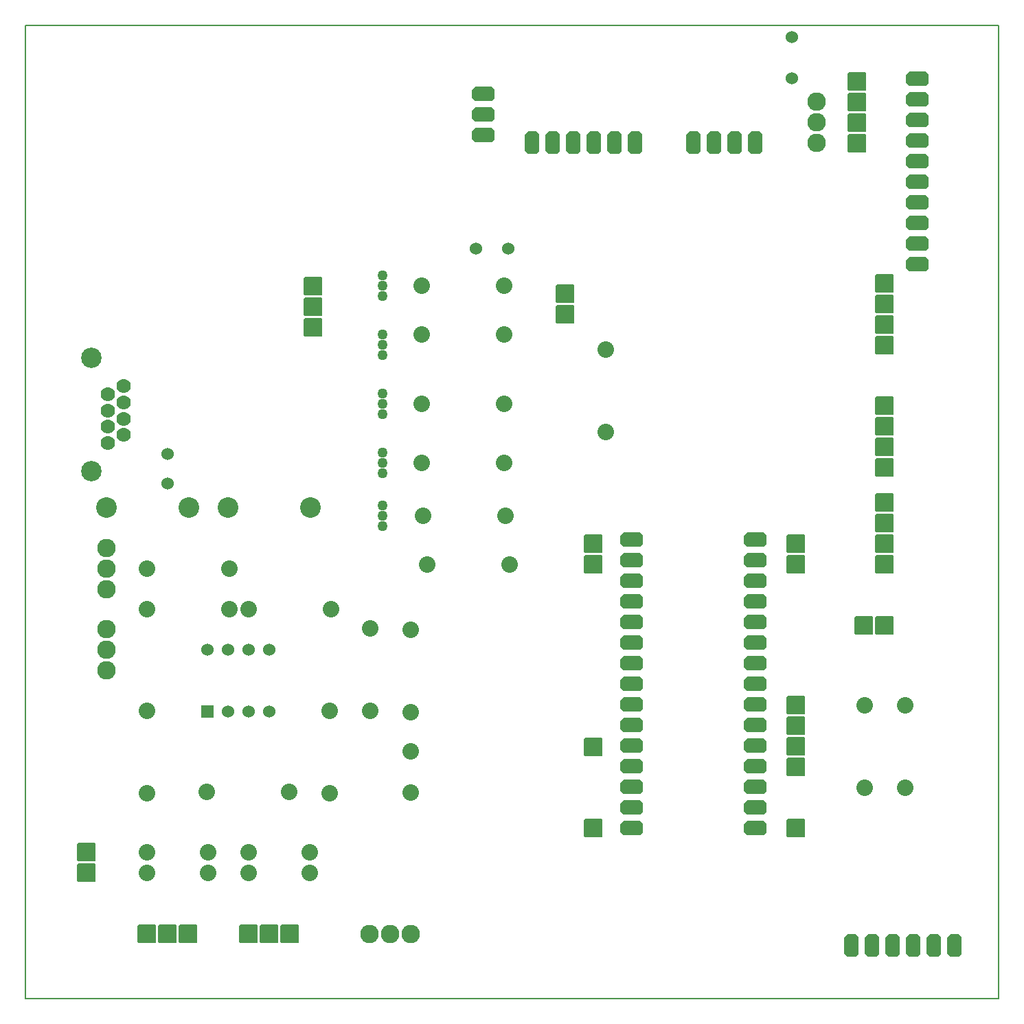
<source format=gbr>
G04 PROTEUS GERBER X2 FILE*
%TF.GenerationSoftware,Labcenter,Proteus,8.8-SP1-Build27031*%
%TF.CreationDate,2021-08-02T14:58:59+00:00*%
%TF.FileFunction,Soldermask,Top*%
%TF.FilePolarity,Negative*%
%TF.Part,Single*%
%TF.SameCoordinates,{c3ce3005-f07b-4d42-96ea-8d11783d6a5d}*%
%FSLAX45Y45*%
%MOMM*%
G01*
%TA.AperFunction,Material*%
%ADD23C,1.524000*%
%AMPPAD016*
4,1,8,
-1.397000,-0.509800,
-1.397000,0.509800,
-1.017800,0.889000,
1.017800,0.889000,
1.397000,0.509800,
1.397000,-0.509800,
1.017800,-0.889000,
-1.017800,-0.889000,
-1.397000,-0.509800,
0*%
%TA.AperFunction,Material*%
%ADD24PPAD016*%
%AMPPAD017*
4,1,8,
-0.509800,1.397000,
0.509800,1.397000,
0.889000,1.017800,
0.889000,-1.017800,
0.509800,-1.397000,
-0.509800,-1.397000,
-0.889000,-1.017800,
-0.889000,1.017800,
-0.509800,1.397000,
0*%
%TA.AperFunction,Material*%
%ADD25PPAD017*%
%AMPPAD018*
4,1,36,
1.143000,1.016000,
1.143000,-1.016000,
1.140470,-1.041970,
1.133200,-1.065980,
1.121650,-1.087580,
1.106290,-1.106290,
1.087570,-1.121650,
1.065980,-1.133200,
1.041970,-1.140470,
1.016000,-1.143000,
-1.016000,-1.143000,
-1.041970,-1.140470,
-1.065980,-1.133200,
-1.087570,-1.121650,
-1.106290,-1.106290,
-1.121650,-1.087580,
-1.133200,-1.065980,
-1.140470,-1.041970,
-1.143000,-1.016000,
-1.143000,1.016000,
-1.140470,1.041970,
-1.133200,1.065980,
-1.121650,1.087580,
-1.106290,1.106290,
-1.087570,1.121650,
-1.065980,1.133200,
-1.041970,1.140470,
-1.016000,1.143000,
1.016000,1.143000,
1.041970,1.140470,
1.065980,1.133200,
1.087570,1.121650,
1.106290,1.106290,
1.121650,1.087580,
1.133200,1.065980,
1.140470,1.041970,
1.143000,1.016000,
0*%
%TA.AperFunction,Material*%
%ADD26PPAD018*%
%TA.AperFunction,Material*%
%ADD27C,2.286000*%
%TA.AperFunction,Material*%
%ADD28C,2.032000*%
%AMPPAD021*
4,1,36,
-0.635000,0.762000,
0.635000,0.762000,
0.660970,0.759470,
0.684980,0.752200,
0.706580,0.740650,
0.725290,0.725290,
0.740650,0.706570,
0.752200,0.684980,
0.759470,0.660970,
0.762000,0.635000,
0.762000,-0.635000,
0.759470,-0.660970,
0.752200,-0.684980,
0.740650,-0.706570,
0.725290,-0.725290,
0.706580,-0.740650,
0.684980,-0.752200,
0.660970,-0.759470,
0.635000,-0.762000,
-0.635000,-0.762000,
-0.660970,-0.759470,
-0.684980,-0.752200,
-0.706580,-0.740650,
-0.725290,-0.725290,
-0.740650,-0.706570,
-0.752200,-0.684980,
-0.759470,-0.660970,
-0.762000,-0.635000,
-0.762000,0.635000,
-0.759470,0.660970,
-0.752200,0.684980,
-0.740650,0.706570,
-0.725290,0.725290,
-0.706580,0.740650,
-0.684980,0.752200,
-0.660970,0.759470,
-0.635000,0.762000,
0*%
%TA.AperFunction,Material*%
%ADD29PPAD021*%
%AMPPAD022*
4,1,36,
1.016000,-1.143000,
-1.016000,-1.143000,
-1.041970,-1.140470,
-1.065980,-1.133200,
-1.087580,-1.121650,
-1.106290,-1.106290,
-1.121650,-1.087570,
-1.133200,-1.065980,
-1.140470,-1.041970,
-1.143000,-1.016000,
-1.143000,1.016000,
-1.140470,1.041970,
-1.133200,1.065980,
-1.121650,1.087570,
-1.106290,1.106290,
-1.087580,1.121650,
-1.065980,1.133200,
-1.041970,1.140470,
-1.016000,1.143000,
1.016000,1.143000,
1.041970,1.140470,
1.065980,1.133200,
1.087580,1.121650,
1.106290,1.106290,
1.121650,1.087570,
1.133200,1.065980,
1.140470,1.041970,
1.143000,1.016000,
1.143000,-1.016000,
1.140470,-1.041970,
1.133200,-1.065980,
1.121650,-1.087570,
1.106290,-1.106290,
1.087580,-1.121650,
1.065980,-1.133200,
1.041970,-1.140470,
1.016000,-1.143000,
0*%
%TA.AperFunction,Material*%
%ADD72PPAD022*%
%TA.AperFunction,Material*%
%ADD73C,2.540000*%
%TA.AperFunction,Material*%
%ADD30C,1.778000*%
%ADD31C,2.516000*%
%TA.AperFunction,Material*%
%ADD32C,1.270000*%
%TA.AperFunction,Profile*%
%ADD21C,0.203200*%
%TD.AperFunction*%
D23*
X-11000000Y+6300000D03*
X-11001181Y+6660750D03*
X-7200000Y+9200000D03*
X-6800000Y+9200000D03*
X-3300000Y+11300000D03*
X-3300000Y+11800000D03*
D24*
X-3750000Y+2050000D03*
X-3750000Y+2304000D03*
X-3750000Y+2558000D03*
X-3750000Y+2812000D03*
X-3750000Y+3066000D03*
X-3750000Y+3320000D03*
X-3750000Y+3574000D03*
X-3750000Y+3828000D03*
X-3750000Y+4082000D03*
X-3750000Y+4336000D03*
X-3750000Y+4590000D03*
X-3750000Y+4844000D03*
X-3750000Y+5098000D03*
X-3750000Y+5352000D03*
X-3750000Y+5606000D03*
X-5274000Y+5606000D03*
X-5274000Y+5352000D03*
X-5274000Y+5098000D03*
X-5274000Y+4844000D03*
X-5274000Y+4590000D03*
X-5274000Y+4336000D03*
X-5274000Y+4082000D03*
X-5274000Y+3828000D03*
X-5274000Y+3574000D03*
X-5274000Y+3320000D03*
X-5274000Y+3066000D03*
X-5274000Y+2812000D03*
X-5274000Y+2558000D03*
X-5274000Y+2304000D03*
X-5274000Y+2050000D03*
X-1750000Y+9000000D03*
X-1750000Y+9254000D03*
X-1750000Y+9508000D03*
X-1750000Y+9762000D03*
X-1750000Y+10016000D03*
X-1750000Y+10270000D03*
X-1750000Y+10524000D03*
X-1750000Y+10778000D03*
X-1750000Y+11032000D03*
X-1750000Y+11286000D03*
D25*
X-6500000Y+10500000D03*
X-6246000Y+10500000D03*
X-5992000Y+10500000D03*
X-5738000Y+10500000D03*
X-5484000Y+10500000D03*
X-5230000Y+10500000D03*
X-3750000Y+10500000D03*
X-4004000Y+10500000D03*
X-4258000Y+10500000D03*
X-4512000Y+10500000D03*
D26*
X-2500000Y+11250000D03*
X-2500000Y+10996000D03*
X-2500000Y+10742000D03*
X-2500000Y+10488000D03*
D27*
X-3000000Y+10496000D03*
X-3000000Y+11004000D03*
X-3000000Y+10750000D03*
D26*
X-2159000Y+5300000D03*
X-2159000Y+5554000D03*
X-2159000Y+5808000D03*
X-2159000Y+6062000D03*
X-2159000Y+6492000D03*
X-2159000Y+6746000D03*
X-2159000Y+7000000D03*
X-2159000Y+7254000D03*
X-2159000Y+8000000D03*
X-2159000Y+8254000D03*
X-2159000Y+8508000D03*
X-2159000Y+8762000D03*
D28*
X-2409000Y+2550000D03*
X-2409000Y+3566000D03*
X-1909000Y+2550000D03*
X-1909000Y+3566000D03*
D26*
X-3250000Y+3562000D03*
X-3250000Y+3308000D03*
X-3250000Y+3054000D03*
X-3250000Y+2800000D03*
D29*
X-10512000Y+3488000D03*
D23*
X-10258000Y+3488000D03*
X-10004000Y+3488000D03*
X-9750000Y+3488000D03*
X-9750000Y+4250000D03*
X-10004000Y+4250000D03*
X-10258000Y+4250000D03*
X-10512000Y+4250000D03*
D72*
X-10746000Y+750000D03*
X-11000000Y+750000D03*
X-11254000Y+750000D03*
X-9496000Y+750000D03*
X-9750000Y+750000D03*
X-10004000Y+750000D03*
D28*
X-10500000Y+1754000D03*
X-10500000Y+1500000D03*
X-10000000Y+1754000D03*
X-10000000Y+1500000D03*
X-11250000Y+1500000D03*
X-11250000Y+1754000D03*
D26*
X-12000000Y+1750000D03*
X-12000000Y+1496000D03*
D28*
X-9250000Y+1754000D03*
X-9250000Y+1500000D03*
D27*
X-8000000Y+750000D03*
X-8254000Y+750000D03*
X-8508000Y+750000D03*
D28*
X-10516000Y+2500000D03*
X-9500000Y+2500000D03*
X-11250000Y+3500000D03*
X-11250000Y+2484000D03*
X-9000000Y+3500000D03*
X-9000000Y+2484000D03*
X-8000000Y+3000000D03*
X-8000000Y+2492000D03*
X-8000000Y+4500000D03*
X-8000000Y+3484000D03*
X-11250000Y+4750000D03*
X-10234000Y+4750000D03*
X-8984000Y+4750000D03*
X-10000000Y+4750000D03*
X-8500000Y+3500000D03*
X-8500000Y+4516000D03*
X-11250000Y+5250000D03*
X-10234000Y+5250000D03*
D27*
X-11750000Y+3996000D03*
X-11750000Y+4504000D03*
X-11750000Y+4250000D03*
X-11750000Y+4996000D03*
X-11750000Y+5504000D03*
X-11750000Y+5250000D03*
D73*
X-9234000Y+6000000D03*
X-10250000Y+6000000D03*
X-11750000Y+6000000D03*
X-10734000Y+6000000D03*
D72*
X-2159000Y+4550000D03*
X-2413000Y+4550000D03*
X-5750000Y+2050000D03*
X-5750000Y+3050000D03*
D26*
X-5750000Y+5300000D03*
X-5750000Y+5554000D03*
X-3250000Y+2050000D03*
X-3250000Y+5554000D03*
X-3250000Y+5300000D03*
D30*
X-11738500Y+6800000D03*
X-11538500Y+6900000D03*
X-11538500Y+7100000D03*
X-11538500Y+7300000D03*
X-11538500Y+7500000D03*
X-11738500Y+7000000D03*
X-11738500Y+7200000D03*
X-11738500Y+7400000D03*
D31*
X-11938500Y+6450000D03*
X-11938500Y+7850000D03*
D28*
X-6834000Y+5900000D03*
X-7850000Y+5900000D03*
X-6850000Y+6555000D03*
X-7866000Y+6555000D03*
X-6846000Y+7282000D03*
X-7862000Y+7282000D03*
X-6846000Y+8136000D03*
X-7862000Y+8136000D03*
X-6846000Y+8736000D03*
X-7862000Y+8736000D03*
D32*
X-8350000Y+6027000D03*
X-8350000Y+5900000D03*
X-8350000Y+5773000D03*
X-8350000Y+6682000D03*
X-8350000Y+6555000D03*
X-8350000Y+6428000D03*
X-8346000Y+7409000D03*
X-8346000Y+7282000D03*
X-8346000Y+7155000D03*
X-8346000Y+8136000D03*
X-8346000Y+8009000D03*
X-8346000Y+7882000D03*
X-8346000Y+8863000D03*
X-8346000Y+8736000D03*
X-8346000Y+8609000D03*
D26*
X-6096000Y+8636000D03*
X-6096000Y+8382000D03*
D28*
X-5600000Y+7955000D03*
X-5600000Y+6939000D03*
D26*
X-9200000Y+8219000D03*
X-9200000Y+8473000D03*
X-9200000Y+8727000D03*
D28*
X-7800000Y+5300000D03*
X-6784000Y+5300000D03*
D24*
X-7100000Y+11100000D03*
X-7100000Y+10846000D03*
X-7100000Y+10592000D03*
D25*
X-1300000Y+600000D03*
X-1554000Y+600000D03*
X-1808000Y+600000D03*
X-2062000Y+600000D03*
X-2316000Y+600000D03*
X-2570000Y+600000D03*
D21*
X-12754000Y-52000D02*
X-754000Y-52000D01*
X-754000Y+11948000D01*
X-12754000Y+11948000D01*
X-12754000Y-52000D01*
M02*

</source>
